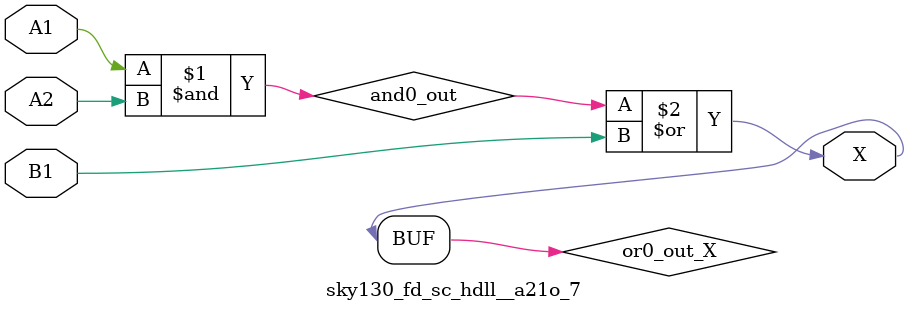
<source format=v>
module sky130_fd_sc_hdll__a21o_7 (
    X ,
    A1,
    A2,
    B1
);
    output X ;
    input  A1;
    input  A2;
    input  B1;
    wire and0_out ;
    wire or0_out_X;
    and and0 (and0_out , A1, A2         );
    or  or0  (or0_out_X, and0_out, B1   );
    buf buf0 (X        , or0_out_X      );
endmodule
</source>
